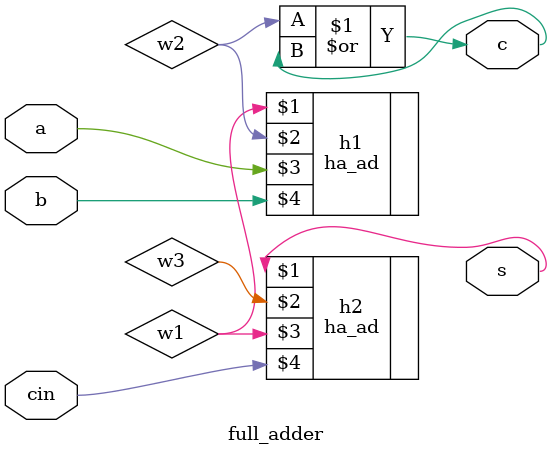
<source format=v>
`timescale 1ns / 1ps
module full_adder(s,c,a,b,cin);
input a,b,cin;
output s,c;
wire w1,w2,w3;
ha_ad h1(w1,w2,a,b);
ha_ad h2(s,w3,w1,cin);
or or1(c,w2,c);
endmodule

</source>
